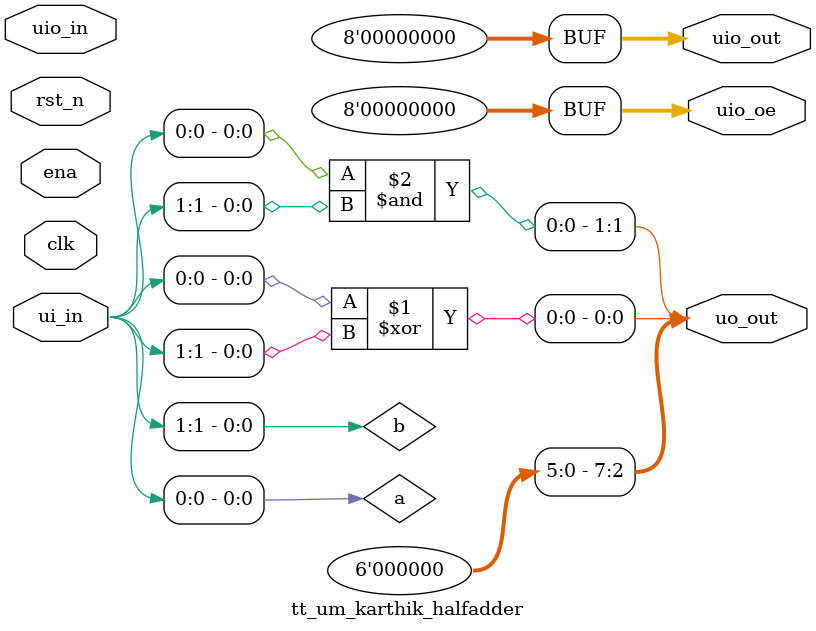
<source format=v>

module tt_um_karthik_halfadder (
    input  wire [7:0] ui_in,    // Dedicated inputs
    output wire [7:0] uo_out,   // Dedicated outputs
    input  wire [7:0] uio_in,   // IOs: Input path
    output wire [7:0] uio_out,  // IOs: Output path
    output wire [7:0] uio_oe,   // IOs: Enable path (active high: 0=input, 1=output)
    input  wire       ena,      // always 1 when the design is powered, so you can ignore it
    input  wire       clk,      // clock
    input  wire       rst_n     // reset_n - low to reset
);
    // Half adder logic
    wire a = ui_in[0];
    wire b = ui_in[1];

    assign uo_out[0] = a ^ b;   // Sum
    assign uo_out[1] = a & b;   // Carry

    // Leave unused outputs as 0
    assign uo_out[7:2] = 6'b0;

    // No bidirectional IOs used
    assign uio_out = 8'b0;
    assign uio_oe  = 8'b0;
endmodule

</source>
